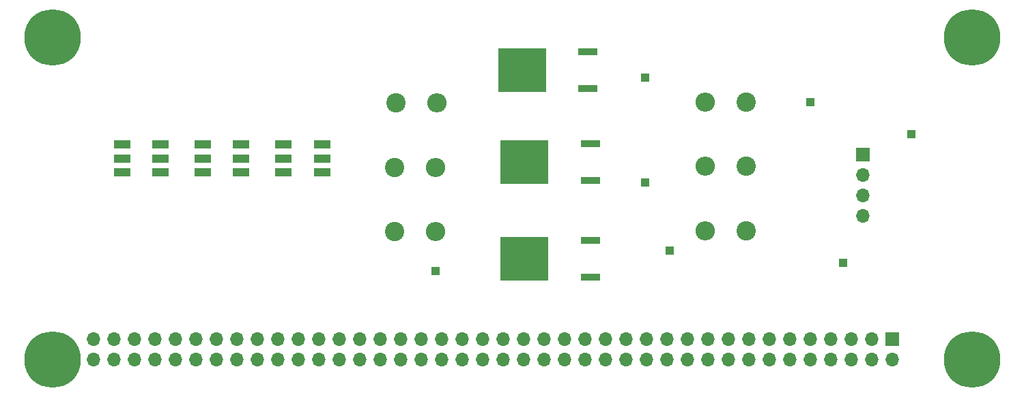
<source format=gbr>
%TF.GenerationSoftware,KiCad,Pcbnew,8.0.6*%
%TF.CreationDate,2024-11-20T23:28:49-08:00*%
%TF.ProjectId,411 Schematic,34313120-5363-4686-956d-617469632e6b,4*%
%TF.SameCoordinates,Original*%
%TF.FileFunction,Soldermask,Top*%
%TF.FilePolarity,Negative*%
%FSLAX46Y46*%
G04 Gerber Fmt 4.6, Leading zero omitted, Abs format (unit mm)*
G04 Created by KiCad (PCBNEW 8.0.6) date 2024-11-20 23:28:49*
%MOMM*%
%LPD*%
G01*
G04 APERTURE LIST*
%ADD10C,3.900000*%
%ADD11C,7.000000*%
%ADD12R,1.000000X1.000000*%
%ADD13R,2.489200X0.939800*%
%ADD14R,5.918200X5.511800*%
%ADD15R,2.000000X1.100000*%
%ADD16C,2.400000*%
%ADD17O,2.400000X2.400000*%
%ADD18R,1.700000X1.700000*%
%ADD19O,1.700000X1.700000*%
G04 APERTURE END LIST*
D10*
%TO.C,REF\u002A\u002A*%
X44000000Y-96000000D03*
D11*
X44000000Y-96000000D03*
%TD*%
D10*
%TO.C,REF\u002A\u002A*%
X44000000Y-56000000D03*
D11*
X44000000Y-56000000D03*
%TD*%
D12*
%TO.C,TP1*%
X150500000Y-68000000D03*
%TD*%
%TO.C,TP4*%
X117500000Y-74000000D03*
%TD*%
D13*
%TO.C,Q1*%
X110678800Y-73786000D03*
X110678800Y-69214000D03*
D14*
X102500000Y-71500000D03*
%TD*%
D15*
%TO.C,D2*%
X62600000Y-69300000D03*
X62600000Y-71000000D03*
X62600000Y-72700000D03*
X67400000Y-72700000D03*
X67400000Y-71000000D03*
X67400000Y-69300000D03*
%TD*%
D16*
%TO.C,R1*%
X86612100Y-64116500D03*
D17*
X91692100Y-64116500D03*
%TD*%
D13*
%TO.C,Q2*%
X110678800Y-85786000D03*
X110678800Y-81214000D03*
D14*
X102500000Y-83500000D03*
%TD*%
D16*
%TO.C,R5*%
X130000000Y-64000000D03*
D17*
X124920000Y-64000000D03*
%TD*%
D15*
%TO.C,D4*%
X52600000Y-69300000D03*
X52600000Y-71000000D03*
X52600000Y-72700000D03*
X57400000Y-72700000D03*
X57400000Y-71000000D03*
X57400000Y-69300000D03*
%TD*%
D12*
%TO.C,TP7*%
X91500000Y-85000000D03*
%TD*%
D16*
%TO.C,R2*%
X86452100Y-80116500D03*
D17*
X91532100Y-80116500D03*
%TD*%
D16*
%TO.C,R4*%
X130000000Y-80000000D03*
D17*
X124920000Y-80000000D03*
%TD*%
D12*
%TO.C,TP8*%
X142000000Y-84000000D03*
%TD*%
D16*
%TO.C,R3*%
X86452100Y-72116500D03*
D17*
X91532100Y-72116500D03*
%TD*%
D18*
%TO.C,U4*%
X144500000Y-70500000D03*
D19*
X144500000Y-73040000D03*
X144500000Y-75580000D03*
X144500000Y-78120000D03*
%TD*%
D12*
%TO.C,TP5*%
X120500000Y-82500000D03*
%TD*%
D13*
%TO.C,Q3*%
X110413500Y-62286000D03*
X110413500Y-57714000D03*
D14*
X102234700Y-60000000D03*
%TD*%
D16*
%TO.C,R6*%
X130000000Y-72000000D03*
D17*
X124920000Y-72000000D03*
%TD*%
D18*
%TO.C,40_Pin_Header1*%
X148160000Y-93500000D03*
D19*
X148160000Y-96040000D03*
X145620000Y-93500000D03*
X145620000Y-96040000D03*
X143080000Y-93500000D03*
X143080000Y-96040000D03*
X140540000Y-93500000D03*
X140540000Y-96040000D03*
X138000000Y-93500000D03*
X138000000Y-96040000D03*
X135460000Y-93500000D03*
X135460000Y-96040000D03*
X132920000Y-93500000D03*
X132920000Y-96040000D03*
X130380000Y-93500000D03*
X130380000Y-96040000D03*
X127840000Y-93500000D03*
X127840000Y-96040000D03*
X125300000Y-93500000D03*
X125300000Y-96040000D03*
X122760000Y-93500000D03*
X122760000Y-96040000D03*
X120220000Y-93500000D03*
X120220000Y-96040000D03*
X117680000Y-93500000D03*
X117680000Y-96040000D03*
X115140000Y-93500000D03*
X115140000Y-96040000D03*
X112600000Y-93500000D03*
X112600000Y-96040000D03*
X110060000Y-93500000D03*
X110060000Y-96040000D03*
X107520000Y-93500000D03*
X107520000Y-96040000D03*
X104980000Y-93500000D03*
X104980000Y-96040000D03*
X102440000Y-93500000D03*
X102440000Y-96040000D03*
X99900000Y-93500000D03*
X99900000Y-96040000D03*
X97360000Y-93500000D03*
X97360000Y-96040000D03*
X94820000Y-93500000D03*
X94820000Y-96040000D03*
X92280000Y-93500000D03*
X92280000Y-96040000D03*
X89740000Y-93500000D03*
X89740000Y-96040000D03*
X87200000Y-93500000D03*
X87200000Y-96040000D03*
X84660000Y-93500000D03*
X84660000Y-96040000D03*
X82120000Y-93500000D03*
X82120000Y-96040000D03*
X79580000Y-93500000D03*
X79580000Y-96040000D03*
X77040000Y-93500000D03*
X77040000Y-96040000D03*
X74500000Y-93500000D03*
X74500000Y-96040000D03*
X71960000Y-93500000D03*
X71960000Y-96040000D03*
X69420000Y-93500000D03*
X69420000Y-96040000D03*
X66880000Y-93500000D03*
X66880000Y-96040000D03*
X64340000Y-93500000D03*
X64340000Y-96040000D03*
X61800000Y-93500000D03*
X61800000Y-96040000D03*
X59260000Y-93500000D03*
X59260000Y-96040000D03*
X56720000Y-93500000D03*
X56720000Y-96040000D03*
X54180000Y-93500000D03*
X54180000Y-96040000D03*
X51640000Y-93500000D03*
X51640000Y-96040000D03*
X49100000Y-93500000D03*
X49100000Y-96040000D03*
%TD*%
D12*
%TO.C,TP6*%
X117500000Y-61000000D03*
%TD*%
D15*
%TO.C,D1*%
X72600000Y-69300000D03*
X72600000Y-71000000D03*
X72600000Y-72700000D03*
X77400000Y-72700000D03*
X77400000Y-71000000D03*
X77400000Y-69300000D03*
%TD*%
D12*
%TO.C,TP2*%
X138000000Y-64000000D03*
%TD*%
D11*
%TO.C,REF\u002A\u002A*%
X158000000Y-56000000D03*
D10*
X158000000Y-56000000D03*
%TD*%
%TO.C,REF\u002A\u002A*%
X158000000Y-96000000D03*
D11*
X158000000Y-96000000D03*
%TD*%
M02*

</source>
